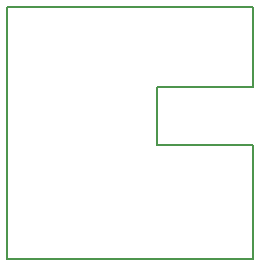
<source format=gbr>
%TF.GenerationSoftware,KiCad,Pcbnew,7.0.10*%
%TF.CreationDate,2024-01-21T02:22:15+01:00*%
%TF.ProjectId,powermeter,706f7765-726d-4657-9465-722e6b696361,rev?*%
%TF.SameCoordinates,Original*%
%TF.FileFunction,Profile,NP*%
%FSLAX46Y46*%
G04 Gerber Fmt 4.6, Leading zero omitted, Abs format (unit mm)*
G04 Created by KiCad (PCBNEW 7.0.10) date 2024-01-21 02:22:15*
%MOMM*%
%LPD*%
G01*
G04 APERTURE LIST*
%TA.AperFunction,Profile*%
%ADD10C,0.200000*%
%TD*%
G04 APERTURE END LIST*
D10*
X71120000Y-47625000D02*
X62992000Y-47625000D01*
X62992000Y-52578000D01*
X71120000Y-52578000D01*
X71120000Y-62230000D01*
X50292000Y-62230000D01*
X50292000Y-40894000D01*
X71120000Y-40894000D01*
X71120000Y-47625000D01*
M02*

</source>
